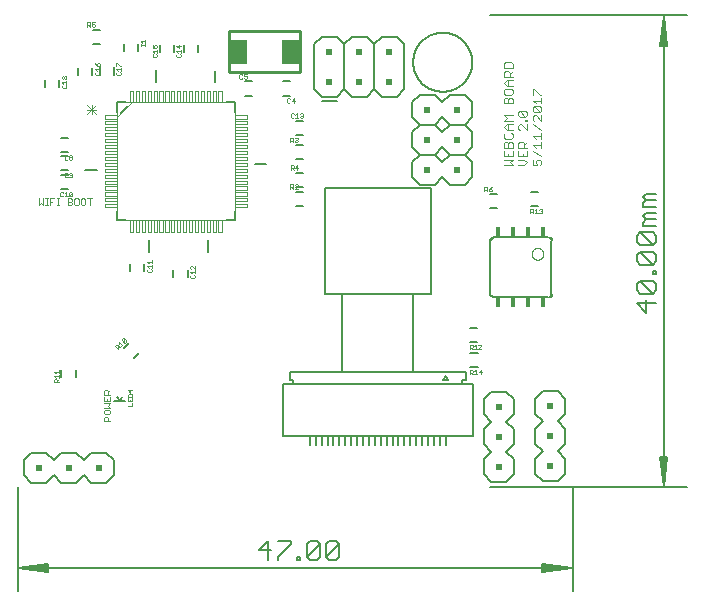
<source format=gto>
G75*
%MOIN*%
%OFA0B0*%
%FSLAX25Y25*%
%IPPOS*%
%LPD*%
%AMOC8*
5,1,8,0,0,1.08239X$1,22.5*
%
%ADD10C,0.00600*%
%ADD11C,0.00200*%
%ADD12C,0.00512*%
%ADD13C,0.00300*%
%ADD14C,0.00000*%
%ADD15C,0.00800*%
%ADD16R,0.00787X0.03346*%
%ADD17C,0.00500*%
%ADD18C,0.00100*%
%ADD19C,0.01000*%
%ADD20R,0.05906X0.07874*%
%ADD21R,0.02000X0.02000*%
%ADD22C,0.00060*%
%ADD23R,0.01378X0.03543*%
D10*
X0058138Y0072552D02*
X0058138Y0074914D01*
X0062862Y0074914D02*
X0062862Y0072552D01*
X0078895Y0082318D02*
X0080565Y0083989D01*
X0083905Y0080648D02*
X0082235Y0078978D01*
X0095470Y0105741D02*
X0095470Y0108103D01*
X0100194Y0108103D02*
X0100194Y0105741D01*
X0107056Y0114094D02*
X0107056Y0118094D01*
X0112856Y0124694D02*
X0115956Y0124694D01*
X0115956Y0127794D01*
X0122556Y0143394D02*
X0126456Y0143394D01*
X0136177Y0145182D02*
X0138539Y0145182D01*
X0138618Y0140615D02*
X0136256Y0140615D01*
X0136256Y0135891D02*
X0138618Y0135891D01*
X0138579Y0134296D02*
X0136217Y0134296D01*
X0136217Y0129572D02*
X0138579Y0129572D01*
X0138539Y0149906D02*
X0136177Y0149906D01*
X0136413Y0153213D02*
X0138776Y0153213D01*
X0138776Y0157938D02*
X0136413Y0157938D01*
X0134434Y0166333D02*
X0132072Y0166333D01*
X0132072Y0171057D02*
X0134434Y0171057D01*
X0121599Y0171054D02*
X0119237Y0171054D01*
X0119237Y0166330D02*
X0121599Y0166330D01*
X0115956Y0164094D02*
X0112856Y0164094D01*
X0115956Y0164094D02*
X0115956Y0160994D01*
X0109156Y0170694D02*
X0109156Y0174594D01*
X0103579Y0180969D02*
X0103579Y0183331D01*
X0098854Y0183331D02*
X0098854Y0180969D01*
X0095705Y0180930D02*
X0095705Y0183292D01*
X0090980Y0183292D02*
X0090980Y0180930D01*
X0083697Y0181166D02*
X0083697Y0183528D01*
X0078972Y0183528D02*
X0078972Y0181166D01*
X0075547Y0175694D02*
X0075547Y0173331D01*
X0070823Y0173331D02*
X0070823Y0175694D01*
X0068461Y0175654D02*
X0068461Y0173292D01*
X0063736Y0173292D02*
X0063736Y0175654D01*
X0057362Y0171414D02*
X0057362Y0169052D01*
X0052638Y0169052D02*
X0052638Y0171414D01*
X0068579Y0183528D02*
X0070941Y0183528D01*
X0070941Y0188253D02*
X0068579Y0188253D01*
X0089556Y0174794D02*
X0089556Y0170694D01*
X0079656Y0164094D02*
X0076556Y0164094D01*
X0076556Y0160994D01*
X0077956Y0160494D02*
X0080156Y0162694D01*
X0060232Y0152111D02*
X0057870Y0152111D01*
X0057870Y0147387D02*
X0060232Y0147387D01*
X0060272Y0146206D02*
X0057909Y0146206D01*
X0057909Y0141481D02*
X0060272Y0141481D01*
X0060311Y0139906D02*
X0057949Y0139906D01*
X0057949Y0135182D02*
X0060311Y0135182D01*
X0066056Y0141394D02*
X0070056Y0141394D01*
X0076556Y0127794D02*
X0076556Y0124694D01*
X0079656Y0124694D01*
X0087356Y0118094D02*
X0087356Y0114194D01*
X0085783Y0110064D02*
X0085783Y0107702D01*
X0081059Y0107702D02*
X0081059Y0110064D01*
X0175389Y0177465D02*
X0175392Y0177707D01*
X0175401Y0177948D01*
X0175416Y0178189D01*
X0175436Y0178430D01*
X0175463Y0178670D01*
X0175496Y0178909D01*
X0175534Y0179148D01*
X0175578Y0179385D01*
X0175628Y0179622D01*
X0175684Y0179857D01*
X0175746Y0180090D01*
X0175813Y0180322D01*
X0175886Y0180553D01*
X0175964Y0180781D01*
X0176049Y0181007D01*
X0176138Y0181232D01*
X0176233Y0181454D01*
X0176334Y0181673D01*
X0176440Y0181891D01*
X0176551Y0182105D01*
X0176668Y0182317D01*
X0176789Y0182525D01*
X0176916Y0182731D01*
X0177048Y0182933D01*
X0177185Y0183133D01*
X0177326Y0183328D01*
X0177472Y0183521D01*
X0177623Y0183709D01*
X0177779Y0183894D01*
X0177939Y0184075D01*
X0178103Y0184252D01*
X0178272Y0184425D01*
X0178445Y0184594D01*
X0178622Y0184758D01*
X0178803Y0184918D01*
X0178988Y0185074D01*
X0179176Y0185225D01*
X0179369Y0185371D01*
X0179564Y0185512D01*
X0179764Y0185649D01*
X0179966Y0185781D01*
X0180172Y0185908D01*
X0180380Y0186029D01*
X0180592Y0186146D01*
X0180806Y0186257D01*
X0181024Y0186363D01*
X0181243Y0186464D01*
X0181465Y0186559D01*
X0181690Y0186648D01*
X0181916Y0186733D01*
X0182144Y0186811D01*
X0182375Y0186884D01*
X0182607Y0186951D01*
X0182840Y0187013D01*
X0183075Y0187069D01*
X0183312Y0187119D01*
X0183549Y0187163D01*
X0183788Y0187201D01*
X0184027Y0187234D01*
X0184267Y0187261D01*
X0184508Y0187281D01*
X0184749Y0187296D01*
X0184990Y0187305D01*
X0185232Y0187308D01*
X0185474Y0187305D01*
X0185715Y0187296D01*
X0185956Y0187281D01*
X0186197Y0187261D01*
X0186437Y0187234D01*
X0186676Y0187201D01*
X0186915Y0187163D01*
X0187152Y0187119D01*
X0187389Y0187069D01*
X0187624Y0187013D01*
X0187857Y0186951D01*
X0188089Y0186884D01*
X0188320Y0186811D01*
X0188548Y0186733D01*
X0188774Y0186648D01*
X0188999Y0186559D01*
X0189221Y0186464D01*
X0189440Y0186363D01*
X0189658Y0186257D01*
X0189872Y0186146D01*
X0190084Y0186029D01*
X0190292Y0185908D01*
X0190498Y0185781D01*
X0190700Y0185649D01*
X0190900Y0185512D01*
X0191095Y0185371D01*
X0191288Y0185225D01*
X0191476Y0185074D01*
X0191661Y0184918D01*
X0191842Y0184758D01*
X0192019Y0184594D01*
X0192192Y0184425D01*
X0192361Y0184252D01*
X0192525Y0184075D01*
X0192685Y0183894D01*
X0192841Y0183709D01*
X0192992Y0183521D01*
X0193138Y0183328D01*
X0193279Y0183133D01*
X0193416Y0182933D01*
X0193548Y0182731D01*
X0193675Y0182525D01*
X0193796Y0182317D01*
X0193913Y0182105D01*
X0194024Y0181891D01*
X0194130Y0181673D01*
X0194231Y0181454D01*
X0194326Y0181232D01*
X0194415Y0181007D01*
X0194500Y0180781D01*
X0194578Y0180553D01*
X0194651Y0180322D01*
X0194718Y0180090D01*
X0194780Y0179857D01*
X0194836Y0179622D01*
X0194886Y0179385D01*
X0194930Y0179148D01*
X0194968Y0178909D01*
X0195001Y0178670D01*
X0195028Y0178430D01*
X0195048Y0178189D01*
X0195063Y0177948D01*
X0195072Y0177707D01*
X0195075Y0177465D01*
X0195072Y0177223D01*
X0195063Y0176982D01*
X0195048Y0176741D01*
X0195028Y0176500D01*
X0195001Y0176260D01*
X0194968Y0176021D01*
X0194930Y0175782D01*
X0194886Y0175545D01*
X0194836Y0175308D01*
X0194780Y0175073D01*
X0194718Y0174840D01*
X0194651Y0174608D01*
X0194578Y0174377D01*
X0194500Y0174149D01*
X0194415Y0173923D01*
X0194326Y0173698D01*
X0194231Y0173476D01*
X0194130Y0173257D01*
X0194024Y0173039D01*
X0193913Y0172825D01*
X0193796Y0172613D01*
X0193675Y0172405D01*
X0193548Y0172199D01*
X0193416Y0171997D01*
X0193279Y0171797D01*
X0193138Y0171602D01*
X0192992Y0171409D01*
X0192841Y0171221D01*
X0192685Y0171036D01*
X0192525Y0170855D01*
X0192361Y0170678D01*
X0192192Y0170505D01*
X0192019Y0170336D01*
X0191842Y0170172D01*
X0191661Y0170012D01*
X0191476Y0169856D01*
X0191288Y0169705D01*
X0191095Y0169559D01*
X0190900Y0169418D01*
X0190700Y0169281D01*
X0190498Y0169149D01*
X0190292Y0169022D01*
X0190084Y0168901D01*
X0189872Y0168784D01*
X0189658Y0168673D01*
X0189440Y0168567D01*
X0189221Y0168466D01*
X0188999Y0168371D01*
X0188774Y0168282D01*
X0188548Y0168197D01*
X0188320Y0168119D01*
X0188089Y0168046D01*
X0187857Y0167979D01*
X0187624Y0167917D01*
X0187389Y0167861D01*
X0187152Y0167811D01*
X0186915Y0167767D01*
X0186676Y0167729D01*
X0186437Y0167696D01*
X0186197Y0167669D01*
X0185956Y0167649D01*
X0185715Y0167634D01*
X0185474Y0167625D01*
X0185232Y0167622D01*
X0184990Y0167625D01*
X0184749Y0167634D01*
X0184508Y0167649D01*
X0184267Y0167669D01*
X0184027Y0167696D01*
X0183788Y0167729D01*
X0183549Y0167767D01*
X0183312Y0167811D01*
X0183075Y0167861D01*
X0182840Y0167917D01*
X0182607Y0167979D01*
X0182375Y0168046D01*
X0182144Y0168119D01*
X0181916Y0168197D01*
X0181690Y0168282D01*
X0181465Y0168371D01*
X0181243Y0168466D01*
X0181024Y0168567D01*
X0180806Y0168673D01*
X0180592Y0168784D01*
X0180380Y0168901D01*
X0180172Y0169022D01*
X0179966Y0169149D01*
X0179764Y0169281D01*
X0179564Y0169418D01*
X0179369Y0169559D01*
X0179176Y0169705D01*
X0178988Y0169856D01*
X0178803Y0170012D01*
X0178622Y0170172D01*
X0178445Y0170336D01*
X0178272Y0170505D01*
X0178103Y0170678D01*
X0177939Y0170855D01*
X0177779Y0171036D01*
X0177623Y0171221D01*
X0177472Y0171409D01*
X0177326Y0171602D01*
X0177185Y0171797D01*
X0177048Y0171997D01*
X0176916Y0172199D01*
X0176789Y0172405D01*
X0176668Y0172613D01*
X0176551Y0172825D01*
X0176440Y0173039D01*
X0176334Y0173257D01*
X0176233Y0173476D01*
X0176138Y0173698D01*
X0176049Y0173923D01*
X0175964Y0174149D01*
X0175886Y0174377D01*
X0175813Y0174608D01*
X0175746Y0174840D01*
X0175684Y0175073D01*
X0175628Y0175308D01*
X0175578Y0175545D01*
X0175534Y0175782D01*
X0175496Y0176021D01*
X0175463Y0176260D01*
X0175436Y0176500D01*
X0175416Y0176741D01*
X0175401Y0176982D01*
X0175392Y0177223D01*
X0175389Y0177465D01*
X0214669Y0134245D02*
X0217031Y0134245D01*
X0217031Y0129521D02*
X0214669Y0129521D01*
X0203281Y0128721D02*
X0200919Y0128721D01*
X0200919Y0133445D02*
X0203281Y0133445D01*
X0202589Y0119026D02*
X0202077Y0119026D01*
X0201959Y0119026D02*
X0220463Y0119026D01*
X0219951Y0119026D01*
X0221486Y0118002D02*
X0221486Y0100325D01*
X0220463Y0099341D02*
X0219951Y0099341D01*
X0220463Y0099341D02*
X0201959Y0099341D01*
X0202549Y0099341D01*
X0201998Y0099341D02*
X0201936Y0099343D01*
X0201875Y0099349D01*
X0201814Y0099358D01*
X0201753Y0099372D01*
X0201694Y0099389D01*
X0201636Y0099410D01*
X0201579Y0099435D01*
X0201524Y0099463D01*
X0201471Y0099494D01*
X0201420Y0099529D01*
X0201371Y0099567D01*
X0201324Y0099608D01*
X0201281Y0099651D01*
X0201240Y0099698D01*
X0201202Y0099747D01*
X0201167Y0099798D01*
X0201136Y0099851D01*
X0201108Y0099906D01*
X0201083Y0099963D01*
X0201062Y0100021D01*
X0201045Y0100080D01*
X0201031Y0100141D01*
X0201022Y0100202D01*
X0201016Y0100263D01*
X0201014Y0100325D01*
X0201014Y0118041D01*
X0204990Y0119026D02*
X0207549Y0119026D01*
X0209990Y0119026D02*
X0212549Y0119026D01*
X0214990Y0119026D02*
X0217510Y0119026D01*
X0217510Y0099341D02*
X0214990Y0099341D01*
X0212510Y0099341D02*
X0209990Y0099341D01*
X0207510Y0099341D02*
X0204990Y0099341D01*
X0196731Y0088995D02*
X0194369Y0088995D01*
X0194369Y0084271D02*
X0196731Y0084271D01*
X0196831Y0080595D02*
X0194469Y0080595D01*
X0194469Y0075871D02*
X0196831Y0075871D01*
X0249883Y0097102D02*
X0253085Y0093899D01*
X0253085Y0098170D01*
X0250950Y0100345D02*
X0249883Y0101412D01*
X0249883Y0103548D01*
X0250950Y0104615D01*
X0255221Y0100345D01*
X0256288Y0101412D01*
X0256288Y0103548D01*
X0255221Y0104615D01*
X0250950Y0104615D01*
X0250950Y0100345D02*
X0255221Y0100345D01*
X0256288Y0097102D02*
X0249883Y0097102D01*
X0255221Y0106790D02*
X0255221Y0107858D01*
X0256288Y0107858D01*
X0256288Y0106790D01*
X0255221Y0106790D01*
X0255221Y0110013D02*
X0250950Y0110013D01*
X0249883Y0111081D01*
X0249883Y0113216D01*
X0250950Y0114283D01*
X0255221Y0110013D01*
X0256288Y0111081D01*
X0256288Y0113216D01*
X0255221Y0114283D01*
X0250950Y0114283D01*
X0250950Y0116459D02*
X0249883Y0117526D01*
X0249883Y0119661D01*
X0250950Y0120729D01*
X0255221Y0116459D01*
X0256288Y0117526D01*
X0256288Y0119661D01*
X0255221Y0120729D01*
X0250950Y0120729D01*
X0252018Y0122904D02*
X0252018Y0123972D01*
X0253085Y0125039D01*
X0252018Y0126107D01*
X0253085Y0127174D01*
X0256288Y0127174D01*
X0256288Y0125039D02*
X0253085Y0125039D01*
X0252018Y0122904D02*
X0256288Y0122904D01*
X0256288Y0129350D02*
X0252018Y0129350D01*
X0252018Y0130417D01*
X0253085Y0131485D01*
X0252018Y0132552D01*
X0253085Y0133620D01*
X0256288Y0133620D01*
X0256288Y0131485D02*
X0253085Y0131485D01*
X0250950Y0116459D02*
X0255221Y0116459D01*
X0150674Y0016833D02*
X0149607Y0017900D01*
X0147471Y0017900D01*
X0146404Y0016833D01*
X0146404Y0012562D01*
X0150674Y0016833D01*
X0150674Y0012562D01*
X0149607Y0011495D01*
X0147471Y0011495D01*
X0146404Y0012562D01*
X0144229Y0012562D02*
X0143161Y0011495D01*
X0141026Y0011495D01*
X0139958Y0012562D01*
X0144229Y0016833D01*
X0144229Y0012562D01*
X0139958Y0012562D02*
X0139958Y0016833D01*
X0141026Y0017900D01*
X0143161Y0017900D01*
X0144229Y0016833D01*
X0137803Y0012562D02*
X0137803Y0011495D01*
X0136736Y0011495D01*
X0136736Y0012562D01*
X0137803Y0012562D01*
X0134560Y0016833D02*
X0130290Y0012562D01*
X0130290Y0011495D01*
X0127047Y0011495D02*
X0127047Y0017900D01*
X0123845Y0014698D01*
X0128115Y0014698D01*
X0130290Y0017900D02*
X0134560Y0017900D01*
X0134560Y0016833D01*
D11*
X0074400Y0057833D02*
X0072198Y0057833D01*
X0072198Y0058934D01*
X0072565Y0059301D01*
X0073299Y0059301D01*
X0073666Y0058934D01*
X0073666Y0057833D01*
X0074033Y0060043D02*
X0074400Y0060410D01*
X0074400Y0061144D01*
X0074033Y0061511D01*
X0072565Y0061511D01*
X0072198Y0061144D01*
X0072198Y0060410D01*
X0072565Y0060043D01*
X0074033Y0060043D01*
X0074400Y0062253D02*
X0072198Y0062253D01*
X0072198Y0063721D02*
X0074400Y0063721D01*
X0073666Y0062987D01*
X0074400Y0062253D01*
X0074400Y0064463D02*
X0072198Y0064463D01*
X0072198Y0065931D01*
X0072198Y0066673D02*
X0072198Y0067774D01*
X0072565Y0068141D01*
X0073299Y0068141D01*
X0073666Y0067774D01*
X0073666Y0066673D01*
X0073666Y0067407D02*
X0074400Y0068141D01*
X0074400Y0066673D02*
X0072198Y0066673D01*
X0073299Y0065197D02*
X0073299Y0064463D01*
X0074400Y0064463D02*
X0074400Y0065931D01*
X0067540Y0129833D02*
X0067540Y0132035D01*
X0066806Y0132035D02*
X0068274Y0132035D01*
X0066064Y0131668D02*
X0066064Y0130200D01*
X0065697Y0129833D01*
X0064963Y0129833D01*
X0064596Y0130200D01*
X0064596Y0131668D01*
X0064963Y0132035D01*
X0065697Y0132035D01*
X0066064Y0131668D01*
X0063854Y0131668D02*
X0063854Y0130200D01*
X0063487Y0129833D01*
X0062753Y0129833D01*
X0062386Y0130200D01*
X0062386Y0131668D01*
X0062753Y0132035D01*
X0063487Y0132035D01*
X0063854Y0131668D01*
X0061644Y0131668D02*
X0061644Y0131301D01*
X0061277Y0130934D01*
X0060176Y0130934D01*
X0060176Y0129833D02*
X0061277Y0129833D01*
X0061644Y0130200D01*
X0061644Y0130567D01*
X0061277Y0130934D01*
X0061644Y0131668D02*
X0061277Y0132035D01*
X0060176Y0132035D01*
X0060176Y0129833D01*
X0057227Y0129833D02*
X0056493Y0129833D01*
X0056860Y0129833D02*
X0056860Y0132035D01*
X0056493Y0132035D02*
X0057227Y0132035D01*
X0055751Y0132035D02*
X0054283Y0132035D01*
X0054283Y0129833D01*
X0053544Y0129833D02*
X0052810Y0129833D01*
X0053177Y0129833D02*
X0053177Y0132035D01*
X0052810Y0132035D02*
X0053544Y0132035D01*
X0054283Y0130934D02*
X0055017Y0130934D01*
X0052068Y0129833D02*
X0052068Y0132035D01*
X0050600Y0132035D02*
X0050600Y0129833D01*
X0051334Y0130567D01*
X0052068Y0129833D01*
X0214872Y0113573D02*
X0214874Y0113661D01*
X0214880Y0113749D01*
X0214890Y0113837D01*
X0214904Y0113925D01*
X0214921Y0114011D01*
X0214943Y0114097D01*
X0214968Y0114181D01*
X0214998Y0114265D01*
X0215030Y0114347D01*
X0215067Y0114427D01*
X0215107Y0114506D01*
X0215151Y0114583D01*
X0215198Y0114658D01*
X0215248Y0114730D01*
X0215302Y0114801D01*
X0215358Y0114868D01*
X0215418Y0114934D01*
X0215480Y0114996D01*
X0215546Y0115056D01*
X0215613Y0115112D01*
X0215684Y0115166D01*
X0215756Y0115216D01*
X0215831Y0115263D01*
X0215908Y0115307D01*
X0215987Y0115347D01*
X0216067Y0115384D01*
X0216149Y0115416D01*
X0216233Y0115446D01*
X0216317Y0115471D01*
X0216403Y0115493D01*
X0216489Y0115510D01*
X0216577Y0115524D01*
X0216665Y0115534D01*
X0216753Y0115540D01*
X0216841Y0115542D01*
X0216929Y0115540D01*
X0217017Y0115534D01*
X0217105Y0115524D01*
X0217193Y0115510D01*
X0217279Y0115493D01*
X0217365Y0115471D01*
X0217449Y0115446D01*
X0217533Y0115416D01*
X0217615Y0115384D01*
X0217695Y0115347D01*
X0217774Y0115307D01*
X0217851Y0115263D01*
X0217926Y0115216D01*
X0217998Y0115166D01*
X0218069Y0115112D01*
X0218136Y0115056D01*
X0218202Y0114996D01*
X0218264Y0114934D01*
X0218324Y0114868D01*
X0218380Y0114801D01*
X0218434Y0114730D01*
X0218484Y0114658D01*
X0218531Y0114583D01*
X0218575Y0114506D01*
X0218615Y0114427D01*
X0218652Y0114347D01*
X0218684Y0114265D01*
X0218714Y0114181D01*
X0218739Y0114097D01*
X0218761Y0114011D01*
X0218778Y0113925D01*
X0218792Y0113837D01*
X0218802Y0113749D01*
X0218808Y0113661D01*
X0218810Y0113573D01*
X0218808Y0113485D01*
X0218802Y0113397D01*
X0218792Y0113309D01*
X0218778Y0113221D01*
X0218761Y0113135D01*
X0218739Y0113049D01*
X0218714Y0112965D01*
X0218684Y0112881D01*
X0218652Y0112799D01*
X0218615Y0112719D01*
X0218575Y0112640D01*
X0218531Y0112563D01*
X0218484Y0112488D01*
X0218434Y0112416D01*
X0218380Y0112345D01*
X0218324Y0112278D01*
X0218264Y0112212D01*
X0218202Y0112150D01*
X0218136Y0112090D01*
X0218069Y0112034D01*
X0217998Y0111980D01*
X0217926Y0111930D01*
X0217851Y0111883D01*
X0217774Y0111839D01*
X0217695Y0111799D01*
X0217615Y0111762D01*
X0217533Y0111730D01*
X0217449Y0111700D01*
X0217365Y0111675D01*
X0217279Y0111653D01*
X0217193Y0111636D01*
X0217105Y0111622D01*
X0217017Y0111612D01*
X0216929Y0111606D01*
X0216841Y0111604D01*
X0216753Y0111606D01*
X0216665Y0111612D01*
X0216577Y0111622D01*
X0216489Y0111636D01*
X0216403Y0111653D01*
X0216317Y0111675D01*
X0216233Y0111700D01*
X0216149Y0111730D01*
X0216067Y0111762D01*
X0215987Y0111799D01*
X0215908Y0111839D01*
X0215831Y0111883D01*
X0215756Y0111930D01*
X0215684Y0111980D01*
X0215613Y0112034D01*
X0215546Y0112090D01*
X0215480Y0112150D01*
X0215418Y0112212D01*
X0215358Y0112278D01*
X0215302Y0112345D01*
X0215248Y0112416D01*
X0215198Y0112488D01*
X0215151Y0112563D01*
X0215107Y0112640D01*
X0215067Y0112719D01*
X0215030Y0112799D01*
X0214998Y0112881D01*
X0214968Y0112965D01*
X0214943Y0113049D01*
X0214921Y0113135D01*
X0214904Y0113221D01*
X0214890Y0113309D01*
X0214880Y0113397D01*
X0214874Y0113485D01*
X0214872Y0113573D01*
D12*
X0043500Y0035733D02*
X0043500Y0001256D01*
X0043756Y0008933D02*
X0053736Y0007909D01*
X0053736Y0007676D02*
X0043756Y0008933D01*
X0053736Y0009957D01*
X0053736Y0010190D02*
X0053736Y0007676D01*
X0053736Y0008421D02*
X0043756Y0008933D01*
X0053736Y0009445D01*
X0053736Y0010190D02*
X0043756Y0008933D01*
X0228283Y0008933D01*
X0218303Y0007909D01*
X0218303Y0007676D02*
X0228283Y0008933D01*
X0218303Y0009957D01*
X0218303Y0010190D02*
X0218303Y0007676D01*
X0218303Y0008421D02*
X0228283Y0008933D01*
X0218303Y0009445D01*
X0218303Y0010190D02*
X0228283Y0008933D01*
X0228539Y0001256D02*
X0228539Y0035733D01*
X0200980Y0035733D02*
X0266527Y0035733D01*
X0258850Y0035989D02*
X0259874Y0045969D01*
X0260107Y0045969D02*
X0258850Y0035989D01*
X0257826Y0045969D01*
X0257593Y0045969D02*
X0260107Y0045969D01*
X0259362Y0045969D02*
X0258850Y0035989D01*
X0258338Y0045969D01*
X0257593Y0045969D02*
X0258850Y0035989D01*
X0258850Y0192957D01*
X0259874Y0182977D01*
X0260107Y0182977D02*
X0258850Y0192957D01*
X0257826Y0182977D01*
X0257593Y0182977D02*
X0260107Y0182977D01*
X0259362Y0182977D02*
X0258850Y0192957D01*
X0258338Y0182977D01*
X0257593Y0182977D02*
X0258850Y0192957D01*
X0266527Y0193213D02*
X0200980Y0193213D01*
D13*
X0206081Y0177422D02*
X0205598Y0176938D01*
X0205598Y0175487D01*
X0208500Y0175487D01*
X0208500Y0176938D01*
X0208016Y0177422D01*
X0206081Y0177422D01*
X0206081Y0174475D02*
X0207049Y0174475D01*
X0207533Y0173991D01*
X0207533Y0172540D01*
X0208500Y0172540D02*
X0205598Y0172540D01*
X0205598Y0173991D01*
X0206081Y0174475D01*
X0207533Y0173508D02*
X0208500Y0174475D01*
X0208500Y0171528D02*
X0206565Y0171528D01*
X0205598Y0170561D01*
X0206565Y0169594D01*
X0208500Y0169594D01*
X0208016Y0168582D02*
X0206081Y0168582D01*
X0205598Y0168098D01*
X0205598Y0167131D01*
X0206081Y0166647D01*
X0208016Y0166647D01*
X0208500Y0167131D01*
X0208500Y0168098D01*
X0208016Y0168582D01*
X0207049Y0169594D02*
X0207049Y0171528D01*
X0207533Y0165635D02*
X0208016Y0165635D01*
X0208500Y0165152D01*
X0208500Y0163700D01*
X0205598Y0163700D01*
X0205598Y0165152D01*
X0206081Y0165635D01*
X0206565Y0165635D01*
X0207049Y0165152D01*
X0207049Y0163700D01*
X0207049Y0165152D02*
X0207533Y0165635D01*
X0210881Y0161216D02*
X0212816Y0159281D01*
X0213300Y0159764D01*
X0213300Y0160732D01*
X0212816Y0161216D01*
X0210881Y0161216D01*
X0210398Y0160732D01*
X0210398Y0159764D01*
X0210881Y0159281D01*
X0212816Y0159281D01*
X0212816Y0158291D02*
X0213300Y0158291D01*
X0213300Y0157807D01*
X0212816Y0157807D01*
X0212816Y0158291D01*
X0213300Y0156796D02*
X0213300Y0154861D01*
X0211365Y0156796D01*
X0210881Y0156796D01*
X0210398Y0156312D01*
X0210398Y0155345D01*
X0210881Y0154861D01*
X0208500Y0154861D02*
X0206565Y0154861D01*
X0205598Y0155828D01*
X0206565Y0156796D01*
X0208500Y0156796D01*
X0208500Y0157807D02*
X0205598Y0157807D01*
X0206565Y0158775D01*
X0205598Y0159742D01*
X0208500Y0159742D01*
X0207049Y0156796D02*
X0207049Y0154861D01*
X0208016Y0153849D02*
X0208500Y0153366D01*
X0208500Y0152398D01*
X0208016Y0151914D01*
X0206081Y0151914D01*
X0205598Y0152398D01*
X0205598Y0153366D01*
X0206081Y0153849D01*
X0206081Y0150903D02*
X0206565Y0150903D01*
X0207049Y0150419D01*
X0207049Y0148968D01*
X0208500Y0148968D02*
X0208500Y0150419D01*
X0208016Y0150903D01*
X0207533Y0150903D01*
X0207049Y0150419D01*
X0206081Y0150903D02*
X0205598Y0150419D01*
X0205598Y0148968D01*
X0208500Y0148968D01*
X0208500Y0147956D02*
X0208500Y0146021D01*
X0205598Y0146021D01*
X0205598Y0147956D01*
X0207049Y0146989D02*
X0207049Y0146021D01*
X0208500Y0145010D02*
X0205598Y0145010D01*
X0205598Y0143075D02*
X0208500Y0143075D01*
X0207533Y0144042D01*
X0208500Y0145010D01*
X0210398Y0145010D02*
X0212333Y0145010D01*
X0213300Y0144042D01*
X0212333Y0143075D01*
X0210398Y0143075D01*
X0210398Y0146021D02*
X0213300Y0146021D01*
X0213300Y0147956D01*
X0213300Y0148968D02*
X0210398Y0148968D01*
X0210398Y0150419D01*
X0210881Y0150903D01*
X0211849Y0150903D01*
X0212333Y0150419D01*
X0212333Y0148968D01*
X0212333Y0149935D02*
X0213300Y0150903D01*
X0215198Y0149935D02*
X0216165Y0148968D01*
X0215198Y0149935D02*
X0218100Y0149935D01*
X0218100Y0148968D02*
X0218100Y0150903D01*
X0218100Y0151914D02*
X0218100Y0153849D01*
X0218100Y0152882D02*
X0215198Y0152882D01*
X0216165Y0151914D01*
X0218100Y0154861D02*
X0215198Y0156796D01*
X0215681Y0157807D02*
X0215198Y0158291D01*
X0215198Y0159259D01*
X0215681Y0159742D01*
X0216165Y0159742D01*
X0218100Y0157807D01*
X0218100Y0159742D01*
X0217616Y0160754D02*
X0215681Y0162689D01*
X0217616Y0162689D01*
X0218100Y0162205D01*
X0218100Y0161238D01*
X0217616Y0160754D01*
X0215681Y0160754D01*
X0215198Y0161238D01*
X0215198Y0162205D01*
X0215681Y0162689D01*
X0216165Y0163700D02*
X0215198Y0164668D01*
X0218100Y0164668D01*
X0218100Y0165635D02*
X0218100Y0163700D01*
X0218100Y0166647D02*
X0217616Y0166647D01*
X0215681Y0168582D01*
X0215198Y0168582D01*
X0215198Y0166647D01*
X0215198Y0147956D02*
X0218100Y0146021D01*
X0217616Y0145010D02*
X0216649Y0145010D01*
X0216165Y0144526D01*
X0216165Y0144042D01*
X0216649Y0143075D01*
X0215198Y0143075D01*
X0215198Y0145010D01*
X0217616Y0145010D02*
X0218100Y0144526D01*
X0218100Y0143559D01*
X0217616Y0143075D01*
X0211849Y0146021D02*
X0211849Y0146989D01*
X0210398Y0147956D02*
X0210398Y0146021D01*
X0069742Y0160028D02*
X0066606Y0163164D01*
X0069742Y0160028D01*
X0068174Y0160028D02*
X0068174Y0163164D01*
X0068174Y0160028D01*
X0066606Y0160028D02*
X0069742Y0163164D01*
X0066606Y0160028D01*
X0066606Y0161596D02*
X0069742Y0161596D01*
X0066606Y0161596D01*
D14*
X0072656Y0159694D02*
X0072656Y0158594D01*
X0076556Y0158594D01*
X0076556Y0159094D01*
X0081556Y0164094D01*
X0082056Y0164094D01*
X0082056Y0167994D01*
X0080956Y0167994D01*
X0080956Y0164094D01*
X0081556Y0164094D01*
X0082956Y0164094D02*
X0082956Y0167994D01*
X0083956Y0167994D01*
X0083956Y0164094D01*
X0082956Y0164094D01*
X0084856Y0164094D02*
X0084856Y0167994D01*
X0085956Y0167994D01*
X0085956Y0164094D01*
X0084856Y0164094D01*
X0086856Y0164094D02*
X0086856Y0167994D01*
X0087956Y0167994D01*
X0087956Y0164094D01*
X0086856Y0164094D01*
X0088856Y0164094D02*
X0088856Y0167994D01*
X0089856Y0167994D01*
X0089856Y0164094D01*
X0088856Y0164094D01*
X0090756Y0164094D02*
X0090756Y0167994D01*
X0091856Y0167994D01*
X0091856Y0164094D01*
X0090756Y0164094D01*
X0092756Y0164094D02*
X0092756Y0167994D01*
X0093856Y0167994D01*
X0093856Y0164094D01*
X0092756Y0164094D01*
X0094756Y0164094D02*
X0094756Y0167994D01*
X0095756Y0167994D01*
X0095756Y0164094D01*
X0094756Y0164094D01*
X0096756Y0164094D02*
X0096756Y0167994D01*
X0097756Y0167994D01*
X0097756Y0164094D01*
X0096756Y0164094D01*
X0098656Y0164094D02*
X0098656Y0167994D01*
X0099756Y0167994D01*
X0099756Y0164094D01*
X0098656Y0164094D01*
X0100656Y0164094D02*
X0100656Y0167994D01*
X0101756Y0167994D01*
X0101756Y0164094D01*
X0100656Y0164094D01*
X0102656Y0164094D02*
X0102656Y0167994D01*
X0103656Y0167994D01*
X0103656Y0164094D01*
X0102656Y0164094D01*
X0104556Y0164094D02*
X0104556Y0167994D01*
X0105656Y0167994D01*
X0105656Y0164094D01*
X0104556Y0164094D01*
X0106556Y0164094D02*
X0106556Y0167994D01*
X0107656Y0167994D01*
X0107656Y0164094D01*
X0106556Y0164094D01*
X0108556Y0164094D02*
X0108556Y0167994D01*
X0109556Y0167994D01*
X0109556Y0164094D01*
X0108556Y0164094D01*
X0110456Y0164094D02*
X0110456Y0167994D01*
X0111556Y0167994D01*
X0111556Y0164094D01*
X0110456Y0164094D01*
X0115956Y0164094D02*
X0076556Y0164094D01*
X0076556Y0124694D01*
X0115956Y0124694D01*
X0115956Y0164094D01*
X0115956Y0159694D02*
X0119856Y0159694D01*
X0119856Y0158594D01*
X0115956Y0158594D01*
X0115956Y0159694D01*
X0115956Y0157694D02*
X0119856Y0157694D01*
X0119856Y0156694D01*
X0115956Y0156694D01*
X0115956Y0157694D01*
X0115956Y0155794D02*
X0119856Y0155794D01*
X0119856Y0154694D01*
X0115956Y0154694D01*
X0115956Y0155794D01*
X0115956Y0153794D02*
X0119856Y0153794D01*
X0119856Y0152694D01*
X0115956Y0152694D01*
X0115956Y0153794D01*
X0115956Y0151794D02*
X0119856Y0151794D01*
X0119856Y0150794D01*
X0115956Y0150794D01*
X0115956Y0151794D01*
X0115956Y0149894D02*
X0119856Y0149894D01*
X0119856Y0148794D01*
X0115956Y0148794D01*
X0115956Y0149894D01*
X0115956Y0147894D02*
X0119856Y0147894D01*
X0119856Y0146794D01*
X0115956Y0146794D01*
X0115956Y0147894D01*
X0115956Y0145894D02*
X0119856Y0145894D01*
X0119856Y0144894D01*
X0115956Y0144894D01*
X0115956Y0145894D01*
X0115956Y0143894D02*
X0119856Y0143894D01*
X0119856Y0142894D01*
X0115956Y0142894D01*
X0115956Y0143894D01*
X0115956Y0141994D02*
X0119856Y0141994D01*
X0119856Y0140894D01*
X0115956Y0140894D01*
X0115956Y0141994D01*
X0115956Y0139994D02*
X0119856Y0139994D01*
X0119856Y0138894D01*
X0115956Y0138894D01*
X0115956Y0139994D01*
X0115956Y0137994D02*
X0119856Y0137994D01*
X0119856Y0136994D01*
X0115956Y0136994D01*
X0115956Y0137994D01*
X0115956Y0136094D02*
X0119856Y0136094D01*
X0119856Y0134994D01*
X0115956Y0134994D01*
X0115956Y0136094D01*
X0115956Y0134094D02*
X0119856Y0134094D01*
X0119856Y0132994D01*
X0115956Y0132994D01*
X0115956Y0134094D01*
X0115956Y0132094D02*
X0119856Y0132094D01*
X0119856Y0131094D01*
X0115956Y0131094D01*
X0115956Y0132094D01*
X0115956Y0130194D02*
X0119856Y0130194D01*
X0119856Y0129094D01*
X0115956Y0129094D01*
X0115956Y0130194D01*
X0111556Y0124694D02*
X0111556Y0120794D01*
X0110456Y0120794D01*
X0110456Y0124694D01*
X0111556Y0124694D01*
X0109556Y0124694D02*
X0109556Y0120794D01*
X0108556Y0120794D01*
X0108556Y0124694D01*
X0109556Y0124694D01*
X0107656Y0124694D02*
X0107656Y0120794D01*
X0106556Y0120794D01*
X0106556Y0124694D01*
X0107656Y0124694D01*
X0105656Y0124694D02*
X0105656Y0120794D01*
X0104556Y0120794D01*
X0104556Y0124694D01*
X0105656Y0124694D01*
X0103656Y0124694D02*
X0103656Y0120794D01*
X0102656Y0120794D01*
X0102656Y0124694D01*
X0103656Y0124694D01*
X0101756Y0124694D02*
X0101756Y0120794D01*
X0100656Y0120794D01*
X0100656Y0124694D01*
X0101756Y0124694D01*
X0099756Y0124694D02*
X0099756Y0120794D01*
X0098656Y0120794D01*
X0098656Y0124694D01*
X0099756Y0124694D01*
X0097756Y0124694D02*
X0097756Y0120794D01*
X0096756Y0120794D01*
X0096756Y0124694D01*
X0097756Y0124694D01*
X0095756Y0124694D02*
X0095756Y0120794D01*
X0094756Y0120794D01*
X0094756Y0124694D01*
X0095756Y0124694D01*
X0093856Y0124694D02*
X0093856Y0120794D01*
X0092756Y0120794D01*
X0092756Y0124694D01*
X0093856Y0124694D01*
X0091856Y0124694D02*
X0091856Y0120794D01*
X0090756Y0120794D01*
X0090756Y0124694D01*
X0091856Y0124694D01*
X0089856Y0124694D02*
X0089856Y0120794D01*
X0088856Y0120794D01*
X0088856Y0124694D01*
X0089856Y0124694D01*
X0087956Y0124694D02*
X0087956Y0120794D01*
X0086856Y0120794D01*
X0086856Y0124694D01*
X0087956Y0124694D01*
X0085956Y0124694D02*
X0085956Y0120794D01*
X0084856Y0120794D01*
X0084856Y0124694D01*
X0085956Y0124694D01*
X0083956Y0124694D02*
X0083956Y0120794D01*
X0082956Y0120794D01*
X0082956Y0124694D01*
X0083956Y0124694D01*
X0082056Y0124694D02*
X0082056Y0120794D01*
X0080956Y0120794D01*
X0080956Y0124694D01*
X0082056Y0124694D01*
X0076556Y0129094D02*
X0072656Y0129094D01*
X0072656Y0130194D01*
X0076556Y0130194D01*
X0076556Y0129094D01*
X0076556Y0131094D02*
X0072656Y0131094D01*
X0072656Y0132094D01*
X0076556Y0132094D01*
X0076556Y0131094D01*
X0076556Y0132994D02*
X0072656Y0132994D01*
X0072656Y0134094D01*
X0076556Y0134094D01*
X0076556Y0132994D01*
X0076556Y0134994D02*
X0072656Y0134994D01*
X0072656Y0136094D01*
X0076556Y0136094D01*
X0076556Y0134994D01*
X0076556Y0136994D02*
X0072656Y0136994D01*
X0072656Y0137994D01*
X0076556Y0137994D01*
X0076556Y0136994D01*
X0076556Y0138894D02*
X0072656Y0138894D01*
X0072656Y0139994D01*
X0076556Y0139994D01*
X0076556Y0138894D01*
X0076556Y0140894D02*
X0072656Y0140894D01*
X0072656Y0141994D01*
X0076556Y0141994D01*
X0076556Y0140894D01*
X0076556Y0142894D02*
X0072656Y0142894D01*
X0072656Y0143894D01*
X0076556Y0143894D01*
X0076556Y0142894D01*
X0076556Y0144894D02*
X0072656Y0144894D01*
X0072656Y0145894D01*
X0076556Y0145894D01*
X0076556Y0144894D01*
X0076556Y0146794D02*
X0072656Y0146794D01*
X0072656Y0147894D01*
X0076556Y0147894D01*
X0076556Y0146794D01*
X0076556Y0148794D02*
X0072656Y0148794D01*
X0072656Y0149894D01*
X0076556Y0149894D01*
X0076556Y0148794D01*
X0076556Y0150794D02*
X0072656Y0150794D01*
X0072656Y0151794D01*
X0076556Y0151794D01*
X0076556Y0150794D01*
X0076556Y0152694D02*
X0072656Y0152694D01*
X0072656Y0153794D01*
X0076556Y0153794D01*
X0076556Y0152694D01*
X0076556Y0154694D02*
X0072656Y0154694D01*
X0072656Y0155794D01*
X0076556Y0155794D01*
X0076556Y0154694D01*
X0076556Y0156694D02*
X0072656Y0156694D01*
X0072656Y0157694D01*
X0076556Y0157694D01*
X0076556Y0156694D01*
X0076556Y0159094D02*
X0076556Y0159694D01*
X0072656Y0159694D01*
D15*
X0142467Y0168394D02*
X0142467Y0183394D01*
X0144967Y0185894D01*
X0149967Y0185894D01*
X0152467Y0183394D01*
X0152467Y0168394D01*
X0154967Y0165894D01*
X0159967Y0165894D01*
X0162467Y0168394D01*
X0162467Y0183394D01*
X0164967Y0185894D01*
X0169967Y0185894D01*
X0172467Y0183394D01*
X0172467Y0168394D01*
X0169967Y0165894D01*
X0164967Y0165894D01*
X0162467Y0168394D01*
X0152467Y0168394D02*
X0149967Y0165894D01*
X0144967Y0165894D01*
X0142467Y0168394D01*
X0144967Y0164576D02*
X0149967Y0164576D01*
X0175100Y0164133D02*
X0175100Y0159133D01*
X0177600Y0156633D01*
X0182600Y0156633D01*
X0185100Y0159133D01*
X0187600Y0156633D01*
X0192600Y0156633D01*
X0195100Y0159133D01*
X0195100Y0164133D01*
X0192600Y0166633D01*
X0187600Y0166633D01*
X0185100Y0164133D01*
X0182600Y0166633D01*
X0177600Y0166633D01*
X0175100Y0164133D01*
X0177600Y0156633D02*
X0182600Y0156633D01*
X0185100Y0154133D01*
X0187600Y0156633D01*
X0192600Y0156633D01*
X0195100Y0154133D01*
X0195100Y0149133D01*
X0192600Y0146633D01*
X0195100Y0144133D01*
X0195100Y0139133D01*
X0192600Y0136633D01*
X0187600Y0136633D01*
X0185100Y0139133D01*
X0182600Y0136633D01*
X0177600Y0136633D01*
X0175100Y0139133D01*
X0175100Y0144133D01*
X0177600Y0146633D01*
X0182600Y0146633D01*
X0185100Y0144133D01*
X0187600Y0146633D01*
X0192600Y0146633D01*
X0187600Y0146633D01*
X0185100Y0149133D01*
X0182600Y0146633D01*
X0177600Y0146633D01*
X0175100Y0149133D01*
X0175100Y0154133D01*
X0177600Y0156633D01*
X0162467Y0183394D02*
X0159967Y0185894D01*
X0154967Y0185894D01*
X0152467Y0183394D01*
X0134248Y0074186D02*
X0192909Y0074186D01*
X0192909Y0071430D01*
X0191728Y0071430D01*
X0191728Y0070249D01*
X0135429Y0070249D01*
X0131886Y0070249D01*
X0131886Y0068674D01*
X0131886Y0070249D02*
X0131886Y0052926D01*
X0138972Y0052926D01*
X0131886Y0052926D02*
X0131886Y0056863D01*
X0131886Y0052926D02*
X0195272Y0052926D01*
X0188185Y0052926D01*
X0195272Y0052926D02*
X0195272Y0056863D01*
X0195272Y0052926D02*
X0195272Y0070249D01*
X0195272Y0068674D01*
X0195272Y0070249D02*
X0191728Y0070249D01*
X0195075Y0070249D02*
X0132083Y0070249D01*
X0134248Y0071430D02*
X0135429Y0071430D01*
X0135429Y0070249D01*
X0134248Y0071430D02*
X0134248Y0074186D01*
X0185429Y0071430D02*
X0187004Y0071430D01*
X0186217Y0073005D01*
X0185429Y0071430D01*
X0185547Y0071666D02*
X0186886Y0071666D01*
X0186487Y0072465D02*
X0185946Y0072465D01*
X0198950Y0065083D02*
X0198950Y0060083D01*
X0201450Y0057583D01*
X0198950Y0055083D01*
X0198950Y0050083D01*
X0201450Y0047583D01*
X0198950Y0045083D01*
X0198950Y0040083D01*
X0201450Y0037583D01*
X0206450Y0037583D01*
X0208950Y0040083D01*
X0208950Y0045083D01*
X0206450Y0047583D01*
X0208950Y0050083D01*
X0208950Y0055083D01*
X0206450Y0057583D01*
X0208950Y0060083D01*
X0208950Y0065083D01*
X0206450Y0067583D01*
X0201450Y0067583D01*
X0198950Y0065083D01*
X0216050Y0065333D02*
X0216050Y0060333D01*
X0218550Y0057833D01*
X0216050Y0055333D01*
X0216050Y0050333D01*
X0218550Y0047833D01*
X0216050Y0045333D01*
X0216050Y0040333D01*
X0218550Y0037833D01*
X0223550Y0037833D01*
X0226050Y0040333D01*
X0226050Y0045333D01*
X0223550Y0047833D01*
X0226050Y0050333D01*
X0226050Y0055333D01*
X0223550Y0057833D01*
X0226050Y0060333D01*
X0226050Y0065333D01*
X0223550Y0067833D01*
X0218550Y0067833D01*
X0216050Y0065333D01*
X0079311Y0064564D02*
X0077500Y0064564D01*
X0076580Y0065784D01*
X0075689Y0064564D02*
X0077500Y0064564D01*
X0077600Y0064624D02*
X0078360Y0065784D01*
X0073000Y0047333D02*
X0068000Y0047333D01*
X0065500Y0044833D01*
X0063000Y0047333D01*
X0058000Y0047333D01*
X0055500Y0044833D01*
X0053000Y0047333D01*
X0048000Y0047333D01*
X0045500Y0044833D01*
X0045500Y0039833D01*
X0048000Y0037333D01*
X0053000Y0037333D01*
X0055500Y0039833D01*
X0058000Y0037333D01*
X0063000Y0037333D01*
X0065500Y0039833D01*
X0068000Y0037333D01*
X0073000Y0037333D01*
X0075500Y0039833D01*
X0075500Y0044833D01*
X0073000Y0047333D01*
D16*
X0140941Y0051056D03*
X0142909Y0051056D03*
X0144878Y0051056D03*
X0146846Y0051056D03*
X0148815Y0051056D03*
X0150783Y0051056D03*
X0152752Y0051056D03*
X0154720Y0051056D03*
X0156689Y0051056D03*
X0158657Y0051056D03*
X0160626Y0051056D03*
X0162594Y0051056D03*
X0164563Y0051056D03*
X0166531Y0051056D03*
X0168500Y0051056D03*
X0170469Y0051056D03*
X0172437Y0051056D03*
X0174406Y0051056D03*
X0176374Y0051056D03*
X0178343Y0051056D03*
X0180311Y0051056D03*
X0182280Y0051056D03*
X0184248Y0051056D03*
X0186217Y0051056D03*
D17*
X0175390Y0074580D02*
X0175390Y0100170D01*
X0181295Y0100170D02*
X0181295Y0135603D01*
X0145862Y0135603D01*
X0145862Y0100170D01*
X0181295Y0100170D01*
X0151768Y0100170D02*
X0151768Y0074580D01*
X0137543Y0174113D02*
X0113920Y0174113D01*
X0113920Y0187892D01*
X0137543Y0187892D01*
X0137543Y0174113D01*
D18*
X0135580Y0165397D02*
X0134829Y0164646D01*
X0135830Y0164646D01*
X0135580Y0163895D02*
X0135580Y0165397D01*
X0134357Y0165146D02*
X0134107Y0165397D01*
X0133606Y0165397D01*
X0133356Y0165146D01*
X0133356Y0164145D01*
X0133606Y0163895D01*
X0134107Y0163895D01*
X0134357Y0164145D01*
X0134895Y0160377D02*
X0134644Y0160127D01*
X0134644Y0159126D01*
X0134895Y0158876D01*
X0135395Y0158876D01*
X0135645Y0159126D01*
X0136118Y0158876D02*
X0137119Y0158876D01*
X0136618Y0158876D02*
X0136618Y0160377D01*
X0136118Y0159876D01*
X0135645Y0160127D02*
X0135395Y0160377D01*
X0134895Y0160377D01*
X0137591Y0160127D02*
X0137841Y0160377D01*
X0138342Y0160377D01*
X0138592Y0160127D01*
X0138592Y0159876D01*
X0138342Y0159626D01*
X0138592Y0159376D01*
X0138592Y0159126D01*
X0138342Y0158876D01*
X0137841Y0158876D01*
X0137591Y0159126D01*
X0138091Y0159626D02*
X0138342Y0159626D01*
X0136632Y0152345D02*
X0136132Y0152345D01*
X0135882Y0152095D01*
X0135409Y0152095D02*
X0135409Y0151595D01*
X0135159Y0151345D01*
X0134408Y0151345D01*
X0134909Y0151345D02*
X0135409Y0150844D01*
X0135882Y0151094D02*
X0136132Y0150844D01*
X0136632Y0150844D01*
X0136882Y0151094D01*
X0136882Y0151345D01*
X0136632Y0151595D01*
X0136382Y0151595D01*
X0136632Y0151595D02*
X0136882Y0151845D01*
X0136882Y0152095D01*
X0136632Y0152345D01*
X0135409Y0152095D02*
X0135159Y0152345D01*
X0134408Y0152345D01*
X0134408Y0150844D01*
X0134487Y0143054D02*
X0135238Y0143054D01*
X0135488Y0142804D01*
X0135488Y0142303D01*
X0135238Y0142053D01*
X0134487Y0142053D01*
X0134487Y0141553D02*
X0134487Y0143054D01*
X0134987Y0142053D02*
X0135488Y0141553D01*
X0135960Y0142303D02*
X0136961Y0142303D01*
X0136711Y0141553D02*
X0136711Y0143054D01*
X0135960Y0142303D01*
X0136171Y0136735D02*
X0135921Y0136485D01*
X0136171Y0136735D02*
X0136672Y0136735D01*
X0136922Y0136485D01*
X0136922Y0136235D01*
X0135921Y0135234D01*
X0136922Y0135234D01*
X0135448Y0135234D02*
X0134948Y0135734D01*
X0135198Y0135734D02*
X0134448Y0135734D01*
X0134448Y0135234D02*
X0134448Y0136735D01*
X0135198Y0136735D01*
X0135448Y0136485D01*
X0135448Y0135984D01*
X0135198Y0135734D01*
X0102632Y0109500D02*
X0102632Y0108499D01*
X0101631Y0109500D01*
X0101381Y0109500D01*
X0101131Y0109249D01*
X0101131Y0108749D01*
X0101381Y0108499D01*
X0101131Y0107526D02*
X0102632Y0107526D01*
X0102632Y0107026D02*
X0102632Y0108026D01*
X0101631Y0107026D02*
X0101131Y0107526D01*
X0101381Y0106553D02*
X0101131Y0106303D01*
X0101131Y0105802D01*
X0101381Y0105552D01*
X0102382Y0105552D01*
X0102632Y0105802D01*
X0102632Y0106303D01*
X0102382Y0106553D01*
X0088221Y0107763D02*
X0087971Y0107513D01*
X0086970Y0107513D01*
X0086720Y0107763D01*
X0086720Y0108264D01*
X0086970Y0108514D01*
X0087220Y0108986D02*
X0086720Y0109487D01*
X0088221Y0109487D01*
X0088221Y0109987D02*
X0088221Y0108986D01*
X0087971Y0108514D02*
X0088221Y0108264D01*
X0088221Y0107763D01*
X0088221Y0110459D02*
X0088221Y0111460D01*
X0088221Y0110960D02*
X0086720Y0110960D01*
X0087220Y0110459D01*
X0061708Y0132994D02*
X0061457Y0132744D01*
X0060957Y0132744D01*
X0060707Y0132994D01*
X0061708Y0133995D01*
X0061708Y0132994D01*
X0061708Y0133995D02*
X0061457Y0134245D01*
X0060957Y0134245D01*
X0060707Y0133995D01*
X0060707Y0132994D01*
X0060234Y0132744D02*
X0059233Y0132744D01*
X0059734Y0132744D02*
X0059734Y0134245D01*
X0059233Y0133745D01*
X0058761Y0133995D02*
X0058511Y0134245D01*
X0058010Y0134245D01*
X0057760Y0133995D01*
X0057760Y0132994D01*
X0058010Y0132744D01*
X0058511Y0132744D01*
X0058761Y0132994D01*
X0059444Y0139043D02*
X0059945Y0139043D01*
X0060195Y0139294D01*
X0060667Y0139294D02*
X0060917Y0139043D01*
X0061418Y0139043D01*
X0061668Y0139294D01*
X0061668Y0140294D01*
X0061418Y0140545D01*
X0060917Y0140545D01*
X0060667Y0140294D01*
X0060667Y0140044D01*
X0060917Y0139794D01*
X0061668Y0139794D01*
X0060195Y0140294D02*
X0059945Y0140545D01*
X0059444Y0140545D01*
X0059194Y0140294D01*
X0059194Y0139294D01*
X0059444Y0139043D01*
X0059405Y0144949D02*
X0059905Y0144949D01*
X0060156Y0145199D01*
X0060628Y0145199D02*
X0060628Y0145449D01*
X0060878Y0145699D01*
X0061379Y0145699D01*
X0061629Y0145449D01*
X0061629Y0145199D01*
X0061379Y0144949D01*
X0060878Y0144949D01*
X0060628Y0145199D01*
X0060878Y0145699D02*
X0060628Y0145950D01*
X0060628Y0146200D01*
X0060878Y0146450D01*
X0061379Y0146450D01*
X0061629Y0146200D01*
X0061629Y0145950D01*
X0061379Y0145699D01*
X0060156Y0146200D02*
X0059905Y0146450D01*
X0059405Y0146450D01*
X0059155Y0146200D01*
X0059155Y0145199D01*
X0059405Y0144949D01*
X0059550Y0168863D02*
X0058549Y0168863D01*
X0058299Y0169114D01*
X0058299Y0169614D01*
X0058549Y0169864D01*
X0058799Y0170337D02*
X0058299Y0170837D01*
X0059800Y0170837D01*
X0059800Y0170337D02*
X0059800Y0171337D01*
X0059550Y0171810D02*
X0059300Y0171810D01*
X0059049Y0172060D01*
X0059049Y0172560D01*
X0059300Y0172811D01*
X0059550Y0172811D01*
X0059800Y0172560D01*
X0059800Y0172060D01*
X0059550Y0171810D01*
X0059049Y0172060D02*
X0058799Y0171810D01*
X0058549Y0171810D01*
X0058299Y0172060D01*
X0058299Y0172560D01*
X0058549Y0172811D01*
X0058799Y0172811D01*
X0059049Y0172560D01*
X0059550Y0169864D02*
X0059800Y0169614D01*
X0059800Y0169114D01*
X0059550Y0168863D01*
X0069397Y0173354D02*
X0069647Y0173103D01*
X0070648Y0173103D01*
X0070898Y0173354D01*
X0070898Y0173854D01*
X0070648Y0174104D01*
X0070898Y0174577D02*
X0070898Y0175578D01*
X0070898Y0175077D02*
X0069397Y0175077D01*
X0069898Y0174577D01*
X0069647Y0174104D02*
X0069397Y0173854D01*
X0069397Y0173354D01*
X0070148Y0176050D02*
X0070148Y0176801D01*
X0070398Y0177051D01*
X0070648Y0177051D01*
X0070898Y0176801D01*
X0070898Y0176300D01*
X0070648Y0176050D01*
X0070148Y0176050D01*
X0069647Y0176550D01*
X0069397Y0177051D01*
X0076484Y0177090D02*
X0076734Y0177090D01*
X0077735Y0176089D01*
X0077985Y0176089D01*
X0077985Y0175617D02*
X0077985Y0174616D01*
X0077985Y0175116D02*
X0076484Y0175116D01*
X0076984Y0174616D01*
X0076734Y0174144D02*
X0076484Y0173893D01*
X0076484Y0173393D01*
X0076734Y0173143D01*
X0077735Y0173143D01*
X0077985Y0173393D01*
X0077985Y0173893D01*
X0077735Y0174144D01*
X0076484Y0176089D02*
X0076484Y0177090D01*
X0084633Y0182942D02*
X0084633Y0183442D01*
X0084633Y0183192D02*
X0086135Y0183192D01*
X0086135Y0182942D02*
X0086135Y0183442D01*
X0086135Y0183924D02*
X0086135Y0184925D01*
X0086135Y0184424D02*
X0084633Y0184424D01*
X0085134Y0183924D01*
X0088541Y0183108D02*
X0088541Y0182108D01*
X0089292Y0182108D01*
X0089042Y0182608D01*
X0089042Y0182858D01*
X0089292Y0183108D01*
X0089792Y0183108D01*
X0090043Y0182858D01*
X0090043Y0182358D01*
X0089792Y0182108D01*
X0090043Y0181635D02*
X0090043Y0180634D01*
X0090043Y0181135D02*
X0088541Y0181135D01*
X0089042Y0180634D01*
X0088791Y0180162D02*
X0088541Y0179912D01*
X0088541Y0179411D01*
X0088791Y0179161D01*
X0089792Y0179161D01*
X0090043Y0179411D01*
X0090043Y0179912D01*
X0089792Y0180162D01*
X0096415Y0179951D02*
X0096415Y0179451D01*
X0096665Y0179200D01*
X0097666Y0179200D01*
X0097917Y0179451D01*
X0097917Y0179951D01*
X0097666Y0180201D01*
X0097917Y0180674D02*
X0097917Y0181674D01*
X0097917Y0181174D02*
X0096415Y0181174D01*
X0096916Y0180674D01*
X0096665Y0180201D02*
X0096415Y0179951D01*
X0097166Y0182147D02*
X0097166Y0183148D01*
X0097917Y0182898D02*
X0096415Y0182898D01*
X0097166Y0182147D01*
X0117468Y0173243D02*
X0117468Y0172242D01*
X0117718Y0171992D01*
X0118219Y0171992D01*
X0118469Y0172242D01*
X0118941Y0172242D02*
X0119192Y0171992D01*
X0119692Y0171992D01*
X0119942Y0172242D01*
X0119942Y0172743D01*
X0119692Y0172993D01*
X0119442Y0172993D01*
X0118941Y0172743D01*
X0118941Y0173493D01*
X0119942Y0173493D01*
X0118469Y0173243D02*
X0118219Y0173493D01*
X0117718Y0173493D01*
X0117468Y0173243D01*
X0069284Y0189441D02*
X0069034Y0189191D01*
X0068533Y0189191D01*
X0068283Y0189441D01*
X0068283Y0189941D02*
X0068784Y0190191D01*
X0069034Y0190191D01*
X0069284Y0189941D01*
X0069284Y0189441D01*
X0068283Y0189941D02*
X0068283Y0190692D01*
X0069284Y0190692D01*
X0067811Y0190442D02*
X0067811Y0189941D01*
X0067560Y0189691D01*
X0066810Y0189691D01*
X0067310Y0189691D02*
X0067811Y0189191D01*
X0066810Y0189191D02*
X0066810Y0190692D01*
X0067560Y0190692D01*
X0067811Y0190442D01*
X0199150Y0135884D02*
X0199150Y0134383D01*
X0199150Y0134883D02*
X0199901Y0134883D01*
X0200151Y0135134D01*
X0200151Y0135634D01*
X0199901Y0135884D01*
X0199150Y0135884D01*
X0199650Y0134883D02*
X0200151Y0134383D01*
X0200623Y0134633D02*
X0200873Y0134383D01*
X0201374Y0134383D01*
X0201624Y0134633D01*
X0201624Y0134883D01*
X0201374Y0135134D01*
X0200623Y0135134D01*
X0200623Y0134633D01*
X0200623Y0135134D02*
X0201124Y0135634D01*
X0201624Y0135884D01*
X0214480Y0128584D02*
X0214480Y0127083D01*
X0214480Y0127583D02*
X0215231Y0127583D01*
X0215481Y0127834D01*
X0215481Y0128334D01*
X0215231Y0128584D01*
X0214480Y0128584D01*
X0214981Y0127583D02*
X0215481Y0127083D01*
X0215953Y0127083D02*
X0216954Y0127083D01*
X0216454Y0127083D02*
X0216454Y0128584D01*
X0215953Y0128084D01*
X0217427Y0128334D02*
X0217677Y0128584D01*
X0218177Y0128584D01*
X0218428Y0128334D01*
X0218428Y0128084D01*
X0218177Y0127834D01*
X0218428Y0127583D01*
X0218428Y0127333D01*
X0218177Y0127083D01*
X0217677Y0127083D01*
X0217427Y0127333D01*
X0217927Y0127834D02*
X0218177Y0127834D01*
X0197877Y0083334D02*
X0197377Y0083334D01*
X0197127Y0083084D01*
X0197877Y0083334D02*
X0198128Y0083084D01*
X0198128Y0082834D01*
X0197127Y0081833D01*
X0198128Y0081833D01*
X0196654Y0081833D02*
X0195653Y0081833D01*
X0195181Y0081833D02*
X0194681Y0082333D01*
X0194931Y0082333D02*
X0194180Y0082333D01*
X0194180Y0081833D02*
X0194180Y0083334D01*
X0194931Y0083334D01*
X0195181Y0083084D01*
X0195181Y0082584D01*
X0194931Y0082333D01*
X0195653Y0082834D02*
X0196154Y0083334D01*
X0196154Y0081833D01*
X0196254Y0074934D02*
X0196254Y0073433D01*
X0196754Y0073433D02*
X0195753Y0073433D01*
X0195281Y0073433D02*
X0194781Y0073933D01*
X0195031Y0073933D02*
X0194280Y0073933D01*
X0194280Y0073433D02*
X0194280Y0074934D01*
X0195031Y0074934D01*
X0195281Y0074684D01*
X0195281Y0074184D01*
X0195031Y0073933D01*
X0195753Y0074434D02*
X0196254Y0074934D01*
X0197227Y0074184D02*
X0198228Y0074184D01*
X0197977Y0074934D02*
X0197977Y0073433D01*
X0197227Y0074184D02*
X0197977Y0074934D01*
X0081800Y0068060D02*
X0080299Y0068060D01*
X0081049Y0067310D01*
X0081049Y0068311D01*
X0080549Y0066837D02*
X0080299Y0066587D01*
X0080299Y0065837D01*
X0081800Y0065837D01*
X0081800Y0066587D01*
X0081550Y0066837D01*
X0080549Y0066837D01*
X0080299Y0065364D02*
X0080299Y0064363D01*
X0081800Y0064363D01*
X0081800Y0065364D01*
X0081049Y0064864D02*
X0081049Y0064363D01*
X0081800Y0063891D02*
X0081800Y0062890D01*
X0080299Y0062890D01*
X0057200Y0070783D02*
X0055699Y0070783D01*
X0055699Y0071534D01*
X0055949Y0071784D01*
X0056449Y0071784D01*
X0056700Y0071534D01*
X0056700Y0070783D01*
X0056700Y0071283D02*
X0057200Y0071784D01*
X0057200Y0072256D02*
X0057200Y0073257D01*
X0057200Y0073730D02*
X0057200Y0074730D01*
X0057200Y0074230D02*
X0055699Y0074230D01*
X0056199Y0073730D01*
X0055699Y0072757D02*
X0057200Y0072757D01*
X0056199Y0072256D02*
X0055699Y0072757D01*
X0075919Y0082792D02*
X0076450Y0083323D01*
X0076804Y0083323D01*
X0077157Y0082969D01*
X0077158Y0082615D01*
X0076627Y0082084D01*
X0076981Y0081731D02*
X0075919Y0082792D01*
X0076981Y0082438D02*
X0077688Y0082438D01*
X0078022Y0082772D02*
X0078730Y0083480D01*
X0078376Y0083126D02*
X0077315Y0084188D01*
X0077315Y0083480D01*
X0078179Y0084699D02*
X0078179Y0085053D01*
X0078533Y0085406D01*
X0078887Y0085406D01*
X0078887Y0083991D01*
X0079241Y0083991D01*
X0079595Y0084345D01*
X0079595Y0084699D01*
X0078887Y0085406D01*
X0078179Y0084699D02*
X0078887Y0083991D01*
D19*
X0113920Y0174113D02*
X0113920Y0187892D01*
X0137543Y0187892D01*
X0137543Y0174113D01*
X0113920Y0174113D01*
D20*
X0116873Y0181002D03*
X0134590Y0181002D03*
D21*
X0147467Y0180894D03*
X0157467Y0180894D03*
X0167467Y0180894D03*
X0167467Y0170894D03*
X0157467Y0170894D03*
X0147467Y0170894D03*
X0180100Y0161633D03*
X0190100Y0161633D03*
X0190100Y0151633D03*
X0180100Y0151633D03*
X0180100Y0141633D03*
X0190100Y0141633D03*
X0203950Y0062583D03*
X0203950Y0052583D03*
X0203950Y0042583D03*
X0221050Y0042833D03*
X0221050Y0052833D03*
X0221050Y0062833D03*
X0070500Y0042333D03*
X0060500Y0042333D03*
X0050500Y0042333D03*
D22*
X0201969Y0119294D02*
X0201969Y0118754D01*
X0201968Y0118754D02*
X0201915Y0118750D01*
X0201863Y0118742D01*
X0201811Y0118730D01*
X0201760Y0118714D01*
X0201711Y0118695D01*
X0201663Y0118672D01*
X0201617Y0118645D01*
X0201573Y0118615D01*
X0201532Y0118582D01*
X0201493Y0118546D01*
X0201457Y0118507D01*
X0201424Y0118466D01*
X0201394Y0118422D01*
X0201367Y0118376D01*
X0201344Y0118328D01*
X0201325Y0118279D01*
X0201309Y0118228D01*
X0201297Y0118176D01*
X0201289Y0118124D01*
X0201285Y0118071D01*
X0200745Y0118070D01*
X0200744Y0118071D01*
X0200748Y0118139D01*
X0200755Y0118207D01*
X0200766Y0118274D01*
X0200780Y0118341D01*
X0200798Y0118407D01*
X0200820Y0118471D01*
X0200845Y0118535D01*
X0200874Y0118597D01*
X0200906Y0118657D01*
X0200941Y0118715D01*
X0200979Y0118772D01*
X0201020Y0118826D01*
X0201064Y0118878D01*
X0201111Y0118928D01*
X0201161Y0118975D01*
X0201213Y0119019D01*
X0201267Y0119060D01*
X0201324Y0119098D01*
X0201382Y0119133D01*
X0201442Y0119165D01*
X0201504Y0119194D01*
X0201568Y0119219D01*
X0201632Y0119241D01*
X0201698Y0119259D01*
X0201765Y0119273D01*
X0201832Y0119284D01*
X0201900Y0119291D01*
X0201968Y0119295D01*
X0201968Y0119239D01*
X0201901Y0119235D01*
X0201834Y0119228D01*
X0201767Y0119217D01*
X0201701Y0119202D01*
X0201636Y0119183D01*
X0201573Y0119161D01*
X0201510Y0119135D01*
X0201449Y0119106D01*
X0201390Y0119073D01*
X0201333Y0119038D01*
X0201278Y0118999D01*
X0201225Y0118957D01*
X0201175Y0118912D01*
X0201127Y0118864D01*
X0201082Y0118814D01*
X0201040Y0118761D01*
X0201001Y0118706D01*
X0200966Y0118649D01*
X0200933Y0118590D01*
X0200904Y0118529D01*
X0200878Y0118466D01*
X0200856Y0118403D01*
X0200837Y0118338D01*
X0200822Y0118272D01*
X0200811Y0118205D01*
X0200804Y0118138D01*
X0200800Y0118071D01*
X0200856Y0118071D01*
X0200860Y0118138D01*
X0200868Y0118204D01*
X0200879Y0118270D01*
X0200894Y0118334D01*
X0200913Y0118398D01*
X0200936Y0118461D01*
X0200962Y0118522D01*
X0200992Y0118582D01*
X0201026Y0118640D01*
X0201062Y0118695D01*
X0201102Y0118749D01*
X0201145Y0118800D01*
X0201190Y0118849D01*
X0201239Y0118894D01*
X0201290Y0118937D01*
X0201344Y0118977D01*
X0201399Y0119013D01*
X0201457Y0119047D01*
X0201517Y0119077D01*
X0201578Y0119103D01*
X0201641Y0119126D01*
X0201705Y0119145D01*
X0201769Y0119160D01*
X0201835Y0119171D01*
X0201901Y0119179D01*
X0201968Y0119183D01*
X0201968Y0119127D01*
X0201905Y0119123D01*
X0201842Y0119116D01*
X0201780Y0119105D01*
X0201718Y0119090D01*
X0201657Y0119072D01*
X0201598Y0119051D01*
X0201540Y0119026D01*
X0201483Y0118997D01*
X0201428Y0118966D01*
X0201375Y0118931D01*
X0201325Y0118893D01*
X0201276Y0118852D01*
X0201230Y0118809D01*
X0201187Y0118763D01*
X0201146Y0118714D01*
X0201108Y0118664D01*
X0201073Y0118611D01*
X0201042Y0118556D01*
X0201013Y0118499D01*
X0200988Y0118441D01*
X0200967Y0118382D01*
X0200949Y0118321D01*
X0200934Y0118259D01*
X0200923Y0118197D01*
X0200916Y0118134D01*
X0200912Y0118071D01*
X0200968Y0118071D01*
X0200972Y0118133D01*
X0200980Y0118195D01*
X0200991Y0118256D01*
X0201006Y0118317D01*
X0201024Y0118376D01*
X0201046Y0118435D01*
X0201072Y0118491D01*
X0201101Y0118547D01*
X0201133Y0118600D01*
X0201168Y0118651D01*
X0201207Y0118700D01*
X0201248Y0118747D01*
X0201292Y0118791D01*
X0201339Y0118832D01*
X0201388Y0118871D01*
X0201439Y0118906D01*
X0201492Y0118938D01*
X0201548Y0118967D01*
X0201604Y0118993D01*
X0201663Y0119015D01*
X0201722Y0119033D01*
X0201783Y0119048D01*
X0201844Y0119059D01*
X0201906Y0119067D01*
X0201968Y0119071D01*
X0201968Y0119015D01*
X0201907Y0119011D01*
X0201846Y0119003D01*
X0201786Y0118992D01*
X0201727Y0118976D01*
X0201668Y0118958D01*
X0201611Y0118935D01*
X0201556Y0118909D01*
X0201502Y0118879D01*
X0201451Y0118847D01*
X0201401Y0118811D01*
X0201354Y0118772D01*
X0201309Y0118730D01*
X0201267Y0118685D01*
X0201228Y0118638D01*
X0201192Y0118588D01*
X0201160Y0118537D01*
X0201130Y0118483D01*
X0201104Y0118428D01*
X0201081Y0118371D01*
X0201063Y0118312D01*
X0201047Y0118253D01*
X0201036Y0118193D01*
X0201028Y0118132D01*
X0201024Y0118071D01*
X0201080Y0118071D01*
X0201084Y0118128D01*
X0201091Y0118186D01*
X0201102Y0118242D01*
X0201117Y0118298D01*
X0201135Y0118353D01*
X0201156Y0118406D01*
X0201180Y0118458D01*
X0201208Y0118509D01*
X0201239Y0118557D01*
X0201273Y0118604D01*
X0201309Y0118648D01*
X0201349Y0118690D01*
X0201391Y0118730D01*
X0201435Y0118766D01*
X0201482Y0118800D01*
X0201530Y0118831D01*
X0201581Y0118859D01*
X0201633Y0118883D01*
X0201686Y0118904D01*
X0201741Y0118922D01*
X0201797Y0118937D01*
X0201853Y0118948D01*
X0201911Y0118955D01*
X0201968Y0118959D01*
X0201968Y0118902D01*
X0201912Y0118899D01*
X0201856Y0118891D01*
X0201801Y0118880D01*
X0201747Y0118866D01*
X0201693Y0118847D01*
X0201641Y0118826D01*
X0201591Y0118801D01*
X0201542Y0118773D01*
X0201496Y0118741D01*
X0201451Y0118707D01*
X0201409Y0118670D01*
X0201369Y0118630D01*
X0201332Y0118588D01*
X0201298Y0118543D01*
X0201266Y0118497D01*
X0201238Y0118448D01*
X0201213Y0118398D01*
X0201192Y0118346D01*
X0201173Y0118292D01*
X0201159Y0118238D01*
X0201148Y0118183D01*
X0201140Y0118127D01*
X0201137Y0118071D01*
X0201193Y0118071D01*
X0201196Y0118126D01*
X0201204Y0118180D01*
X0201215Y0118234D01*
X0201230Y0118286D01*
X0201249Y0118338D01*
X0201271Y0118388D01*
X0201296Y0118437D01*
X0201324Y0118484D01*
X0201356Y0118528D01*
X0201391Y0118571D01*
X0201428Y0118611D01*
X0201468Y0118648D01*
X0201511Y0118683D01*
X0201555Y0118715D01*
X0201602Y0118743D01*
X0201651Y0118768D01*
X0201701Y0118790D01*
X0201753Y0118809D01*
X0201805Y0118824D01*
X0201859Y0118835D01*
X0201913Y0118843D01*
X0201968Y0118846D01*
X0201968Y0118790D01*
X0201915Y0118786D01*
X0201862Y0118779D01*
X0201810Y0118767D01*
X0201759Y0118752D01*
X0201709Y0118733D01*
X0201661Y0118711D01*
X0201614Y0118685D01*
X0201570Y0118657D01*
X0201527Y0118625D01*
X0201487Y0118590D01*
X0201449Y0118552D01*
X0201414Y0118512D01*
X0201382Y0118469D01*
X0201354Y0118425D01*
X0201328Y0118378D01*
X0201306Y0118330D01*
X0201287Y0118280D01*
X0201272Y0118229D01*
X0201260Y0118177D01*
X0201253Y0118124D01*
X0201249Y0118071D01*
X0221755Y0118070D02*
X0221215Y0118070D01*
X0221215Y0118071D02*
X0221211Y0118124D01*
X0221203Y0118176D01*
X0221191Y0118228D01*
X0221175Y0118279D01*
X0221156Y0118328D01*
X0221133Y0118376D01*
X0221106Y0118422D01*
X0221076Y0118466D01*
X0221043Y0118507D01*
X0221007Y0118546D01*
X0220968Y0118582D01*
X0220927Y0118615D01*
X0220883Y0118645D01*
X0220837Y0118672D01*
X0220789Y0118695D01*
X0220740Y0118714D01*
X0220689Y0118730D01*
X0220637Y0118742D01*
X0220585Y0118750D01*
X0220532Y0118754D01*
X0220531Y0119294D01*
X0220532Y0119295D01*
X0220600Y0119291D01*
X0220668Y0119284D01*
X0220735Y0119273D01*
X0220802Y0119259D01*
X0220868Y0119241D01*
X0220932Y0119219D01*
X0220996Y0119194D01*
X0221058Y0119165D01*
X0221118Y0119133D01*
X0221176Y0119098D01*
X0221233Y0119060D01*
X0221287Y0119019D01*
X0221339Y0118975D01*
X0221389Y0118928D01*
X0221436Y0118878D01*
X0221480Y0118826D01*
X0221521Y0118772D01*
X0221559Y0118715D01*
X0221594Y0118657D01*
X0221626Y0118597D01*
X0221655Y0118535D01*
X0221680Y0118471D01*
X0221702Y0118407D01*
X0221720Y0118341D01*
X0221734Y0118274D01*
X0221745Y0118207D01*
X0221752Y0118139D01*
X0221756Y0118071D01*
X0221700Y0118071D01*
X0221696Y0118138D01*
X0221689Y0118205D01*
X0221678Y0118272D01*
X0221663Y0118338D01*
X0221644Y0118403D01*
X0221622Y0118466D01*
X0221596Y0118529D01*
X0221567Y0118590D01*
X0221534Y0118649D01*
X0221499Y0118706D01*
X0221460Y0118761D01*
X0221418Y0118814D01*
X0221373Y0118864D01*
X0221325Y0118912D01*
X0221275Y0118957D01*
X0221222Y0118999D01*
X0221167Y0119038D01*
X0221110Y0119073D01*
X0221051Y0119106D01*
X0220990Y0119135D01*
X0220927Y0119161D01*
X0220864Y0119183D01*
X0220799Y0119202D01*
X0220733Y0119217D01*
X0220666Y0119228D01*
X0220599Y0119235D01*
X0220532Y0119239D01*
X0220532Y0119183D01*
X0220599Y0119179D01*
X0220665Y0119171D01*
X0220731Y0119160D01*
X0220795Y0119145D01*
X0220859Y0119126D01*
X0220922Y0119103D01*
X0220983Y0119077D01*
X0221043Y0119047D01*
X0221101Y0119013D01*
X0221156Y0118977D01*
X0221210Y0118937D01*
X0221261Y0118894D01*
X0221310Y0118849D01*
X0221355Y0118800D01*
X0221398Y0118749D01*
X0221438Y0118695D01*
X0221474Y0118640D01*
X0221508Y0118582D01*
X0221538Y0118522D01*
X0221564Y0118461D01*
X0221587Y0118398D01*
X0221606Y0118334D01*
X0221621Y0118270D01*
X0221632Y0118204D01*
X0221640Y0118138D01*
X0221644Y0118071D01*
X0221588Y0118071D01*
X0221584Y0118134D01*
X0221577Y0118197D01*
X0221566Y0118259D01*
X0221551Y0118321D01*
X0221533Y0118382D01*
X0221512Y0118441D01*
X0221487Y0118499D01*
X0221458Y0118556D01*
X0221427Y0118611D01*
X0221392Y0118664D01*
X0221354Y0118714D01*
X0221313Y0118763D01*
X0221270Y0118809D01*
X0221224Y0118852D01*
X0221175Y0118893D01*
X0221125Y0118931D01*
X0221072Y0118966D01*
X0221017Y0118997D01*
X0220960Y0119026D01*
X0220902Y0119051D01*
X0220843Y0119072D01*
X0220782Y0119090D01*
X0220720Y0119105D01*
X0220658Y0119116D01*
X0220595Y0119123D01*
X0220532Y0119127D01*
X0220532Y0119071D01*
X0220594Y0119067D01*
X0220656Y0119059D01*
X0220717Y0119048D01*
X0220778Y0119033D01*
X0220837Y0119015D01*
X0220896Y0118993D01*
X0220952Y0118967D01*
X0221008Y0118938D01*
X0221061Y0118906D01*
X0221112Y0118871D01*
X0221161Y0118832D01*
X0221208Y0118791D01*
X0221252Y0118747D01*
X0221293Y0118700D01*
X0221332Y0118651D01*
X0221367Y0118600D01*
X0221399Y0118547D01*
X0221428Y0118491D01*
X0221454Y0118435D01*
X0221476Y0118376D01*
X0221494Y0118317D01*
X0221509Y0118256D01*
X0221520Y0118195D01*
X0221528Y0118133D01*
X0221532Y0118071D01*
X0221476Y0118071D01*
X0221472Y0118132D01*
X0221464Y0118193D01*
X0221453Y0118253D01*
X0221437Y0118312D01*
X0221419Y0118371D01*
X0221396Y0118428D01*
X0221370Y0118483D01*
X0221340Y0118537D01*
X0221308Y0118588D01*
X0221272Y0118638D01*
X0221233Y0118685D01*
X0221191Y0118730D01*
X0221146Y0118772D01*
X0221099Y0118811D01*
X0221049Y0118847D01*
X0220998Y0118879D01*
X0220944Y0118909D01*
X0220889Y0118935D01*
X0220832Y0118958D01*
X0220773Y0118976D01*
X0220714Y0118992D01*
X0220654Y0119003D01*
X0220593Y0119011D01*
X0220532Y0119015D01*
X0220532Y0118959D01*
X0220589Y0118955D01*
X0220647Y0118948D01*
X0220703Y0118937D01*
X0220759Y0118922D01*
X0220814Y0118904D01*
X0220867Y0118883D01*
X0220919Y0118859D01*
X0220970Y0118831D01*
X0221018Y0118800D01*
X0221065Y0118766D01*
X0221109Y0118730D01*
X0221151Y0118690D01*
X0221191Y0118648D01*
X0221227Y0118604D01*
X0221261Y0118557D01*
X0221292Y0118509D01*
X0221320Y0118458D01*
X0221344Y0118406D01*
X0221365Y0118353D01*
X0221383Y0118298D01*
X0221398Y0118242D01*
X0221409Y0118186D01*
X0221416Y0118128D01*
X0221420Y0118071D01*
X0221363Y0118071D01*
X0221360Y0118127D01*
X0221352Y0118183D01*
X0221341Y0118238D01*
X0221327Y0118292D01*
X0221308Y0118346D01*
X0221287Y0118398D01*
X0221262Y0118448D01*
X0221234Y0118497D01*
X0221202Y0118543D01*
X0221168Y0118588D01*
X0221131Y0118630D01*
X0221091Y0118670D01*
X0221049Y0118707D01*
X0221004Y0118741D01*
X0220958Y0118773D01*
X0220909Y0118801D01*
X0220859Y0118826D01*
X0220807Y0118847D01*
X0220753Y0118866D01*
X0220699Y0118880D01*
X0220644Y0118891D01*
X0220588Y0118899D01*
X0220532Y0118902D01*
X0220532Y0118846D01*
X0220587Y0118843D01*
X0220641Y0118835D01*
X0220695Y0118824D01*
X0220747Y0118809D01*
X0220799Y0118790D01*
X0220849Y0118768D01*
X0220898Y0118743D01*
X0220945Y0118715D01*
X0220989Y0118683D01*
X0221032Y0118648D01*
X0221072Y0118611D01*
X0221109Y0118571D01*
X0221144Y0118528D01*
X0221176Y0118484D01*
X0221204Y0118437D01*
X0221229Y0118388D01*
X0221251Y0118338D01*
X0221270Y0118286D01*
X0221285Y0118234D01*
X0221296Y0118180D01*
X0221304Y0118126D01*
X0221307Y0118071D01*
X0221251Y0118071D01*
X0221247Y0118124D01*
X0221240Y0118177D01*
X0221228Y0118229D01*
X0221213Y0118280D01*
X0221194Y0118330D01*
X0221172Y0118378D01*
X0221146Y0118425D01*
X0221118Y0118469D01*
X0221086Y0118512D01*
X0221051Y0118552D01*
X0221013Y0118590D01*
X0220973Y0118625D01*
X0220930Y0118657D01*
X0220886Y0118685D01*
X0220839Y0118711D01*
X0220791Y0118733D01*
X0220741Y0118752D01*
X0220690Y0118767D01*
X0220638Y0118779D01*
X0220585Y0118786D01*
X0220532Y0118790D01*
X0220531Y0099072D02*
X0220531Y0099612D01*
X0220532Y0099612D02*
X0220585Y0099616D01*
X0220637Y0099624D01*
X0220689Y0099636D01*
X0220740Y0099652D01*
X0220789Y0099671D01*
X0220837Y0099694D01*
X0220883Y0099721D01*
X0220927Y0099751D01*
X0220968Y0099784D01*
X0221007Y0099820D01*
X0221043Y0099859D01*
X0221076Y0099900D01*
X0221106Y0099944D01*
X0221133Y0099990D01*
X0221156Y0100038D01*
X0221175Y0100087D01*
X0221191Y0100138D01*
X0221203Y0100190D01*
X0221211Y0100242D01*
X0221215Y0100295D01*
X0221755Y0100296D01*
X0221756Y0100295D01*
X0221752Y0100227D01*
X0221745Y0100159D01*
X0221734Y0100092D01*
X0221720Y0100025D01*
X0221702Y0099959D01*
X0221680Y0099895D01*
X0221655Y0099831D01*
X0221626Y0099769D01*
X0221594Y0099709D01*
X0221559Y0099651D01*
X0221521Y0099594D01*
X0221480Y0099540D01*
X0221436Y0099488D01*
X0221389Y0099438D01*
X0221339Y0099391D01*
X0221287Y0099347D01*
X0221233Y0099306D01*
X0221176Y0099268D01*
X0221118Y0099233D01*
X0221058Y0099201D01*
X0220996Y0099172D01*
X0220932Y0099147D01*
X0220868Y0099125D01*
X0220802Y0099107D01*
X0220735Y0099093D01*
X0220668Y0099082D01*
X0220600Y0099075D01*
X0220532Y0099071D01*
X0220532Y0099127D01*
X0220599Y0099131D01*
X0220666Y0099138D01*
X0220733Y0099149D01*
X0220799Y0099164D01*
X0220864Y0099183D01*
X0220927Y0099205D01*
X0220990Y0099231D01*
X0221051Y0099260D01*
X0221110Y0099293D01*
X0221167Y0099328D01*
X0221222Y0099367D01*
X0221275Y0099409D01*
X0221325Y0099454D01*
X0221373Y0099502D01*
X0221418Y0099552D01*
X0221460Y0099605D01*
X0221499Y0099660D01*
X0221534Y0099717D01*
X0221567Y0099776D01*
X0221596Y0099837D01*
X0221622Y0099900D01*
X0221644Y0099963D01*
X0221663Y0100028D01*
X0221678Y0100094D01*
X0221689Y0100161D01*
X0221696Y0100228D01*
X0221700Y0100295D01*
X0221644Y0100295D01*
X0221640Y0100228D01*
X0221632Y0100162D01*
X0221621Y0100096D01*
X0221606Y0100032D01*
X0221587Y0099968D01*
X0221564Y0099905D01*
X0221538Y0099844D01*
X0221508Y0099784D01*
X0221474Y0099726D01*
X0221438Y0099671D01*
X0221398Y0099617D01*
X0221355Y0099566D01*
X0221310Y0099517D01*
X0221261Y0099472D01*
X0221210Y0099429D01*
X0221156Y0099389D01*
X0221101Y0099353D01*
X0221043Y0099319D01*
X0220983Y0099289D01*
X0220922Y0099263D01*
X0220859Y0099240D01*
X0220795Y0099221D01*
X0220731Y0099206D01*
X0220665Y0099195D01*
X0220599Y0099187D01*
X0220532Y0099183D01*
X0220532Y0099239D01*
X0220595Y0099243D01*
X0220658Y0099250D01*
X0220720Y0099261D01*
X0220782Y0099276D01*
X0220843Y0099294D01*
X0220902Y0099315D01*
X0220960Y0099340D01*
X0221017Y0099369D01*
X0221072Y0099400D01*
X0221125Y0099435D01*
X0221175Y0099473D01*
X0221224Y0099514D01*
X0221270Y0099557D01*
X0221313Y0099603D01*
X0221354Y0099652D01*
X0221392Y0099702D01*
X0221427Y0099755D01*
X0221458Y0099810D01*
X0221487Y0099867D01*
X0221512Y0099925D01*
X0221533Y0099984D01*
X0221551Y0100045D01*
X0221566Y0100107D01*
X0221577Y0100169D01*
X0221584Y0100232D01*
X0221588Y0100295D01*
X0221532Y0100295D01*
X0221528Y0100233D01*
X0221520Y0100171D01*
X0221509Y0100110D01*
X0221494Y0100049D01*
X0221476Y0099990D01*
X0221454Y0099931D01*
X0221428Y0099875D01*
X0221399Y0099819D01*
X0221367Y0099766D01*
X0221332Y0099715D01*
X0221293Y0099666D01*
X0221252Y0099619D01*
X0221208Y0099575D01*
X0221161Y0099534D01*
X0221112Y0099495D01*
X0221061Y0099460D01*
X0221008Y0099428D01*
X0220952Y0099399D01*
X0220896Y0099373D01*
X0220837Y0099351D01*
X0220778Y0099333D01*
X0220717Y0099318D01*
X0220656Y0099307D01*
X0220594Y0099299D01*
X0220532Y0099295D01*
X0220532Y0099351D01*
X0220593Y0099355D01*
X0220654Y0099363D01*
X0220714Y0099374D01*
X0220773Y0099390D01*
X0220832Y0099408D01*
X0220889Y0099431D01*
X0220944Y0099457D01*
X0220998Y0099487D01*
X0221049Y0099519D01*
X0221099Y0099555D01*
X0221146Y0099594D01*
X0221191Y0099636D01*
X0221233Y0099681D01*
X0221272Y0099728D01*
X0221308Y0099778D01*
X0221340Y0099829D01*
X0221370Y0099883D01*
X0221396Y0099938D01*
X0221419Y0099995D01*
X0221437Y0100054D01*
X0221453Y0100113D01*
X0221464Y0100173D01*
X0221472Y0100234D01*
X0221476Y0100295D01*
X0221420Y0100295D01*
X0221416Y0100238D01*
X0221409Y0100180D01*
X0221398Y0100124D01*
X0221383Y0100068D01*
X0221365Y0100013D01*
X0221344Y0099960D01*
X0221320Y0099908D01*
X0221292Y0099857D01*
X0221261Y0099809D01*
X0221227Y0099762D01*
X0221191Y0099718D01*
X0221151Y0099676D01*
X0221109Y0099636D01*
X0221065Y0099600D01*
X0221018Y0099566D01*
X0220970Y0099535D01*
X0220919Y0099507D01*
X0220867Y0099483D01*
X0220814Y0099462D01*
X0220759Y0099444D01*
X0220703Y0099429D01*
X0220647Y0099418D01*
X0220589Y0099411D01*
X0220532Y0099407D01*
X0220532Y0099464D01*
X0220588Y0099467D01*
X0220644Y0099475D01*
X0220699Y0099486D01*
X0220753Y0099500D01*
X0220807Y0099519D01*
X0220859Y0099540D01*
X0220909Y0099565D01*
X0220958Y0099593D01*
X0221004Y0099625D01*
X0221049Y0099659D01*
X0221091Y0099696D01*
X0221131Y0099736D01*
X0221168Y0099778D01*
X0221202Y0099823D01*
X0221234Y0099869D01*
X0221262Y0099918D01*
X0221287Y0099968D01*
X0221308Y0100020D01*
X0221327Y0100074D01*
X0221341Y0100128D01*
X0221352Y0100183D01*
X0221360Y0100239D01*
X0221363Y0100295D01*
X0221307Y0100295D01*
X0221304Y0100240D01*
X0221296Y0100186D01*
X0221285Y0100132D01*
X0221270Y0100080D01*
X0221251Y0100028D01*
X0221229Y0099978D01*
X0221204Y0099929D01*
X0221176Y0099882D01*
X0221144Y0099838D01*
X0221109Y0099795D01*
X0221072Y0099755D01*
X0221032Y0099718D01*
X0220989Y0099683D01*
X0220945Y0099651D01*
X0220898Y0099623D01*
X0220849Y0099598D01*
X0220799Y0099576D01*
X0220747Y0099557D01*
X0220695Y0099542D01*
X0220641Y0099531D01*
X0220587Y0099523D01*
X0220532Y0099520D01*
X0220532Y0099576D01*
X0220585Y0099580D01*
X0220638Y0099587D01*
X0220690Y0099599D01*
X0220741Y0099614D01*
X0220791Y0099633D01*
X0220839Y0099655D01*
X0220886Y0099681D01*
X0220930Y0099709D01*
X0220973Y0099741D01*
X0221013Y0099776D01*
X0221051Y0099814D01*
X0221086Y0099854D01*
X0221118Y0099897D01*
X0221146Y0099941D01*
X0221172Y0099988D01*
X0221194Y0100036D01*
X0221213Y0100086D01*
X0221228Y0100137D01*
X0221240Y0100189D01*
X0221247Y0100242D01*
X0221251Y0100295D01*
D23*
X0218750Y0097569D03*
X0213750Y0097569D03*
X0208750Y0097569D03*
X0203750Y0097569D03*
X0203789Y0120797D03*
X0208789Y0120797D03*
X0213789Y0120797D03*
X0218750Y0120797D03*
M02*

</source>
